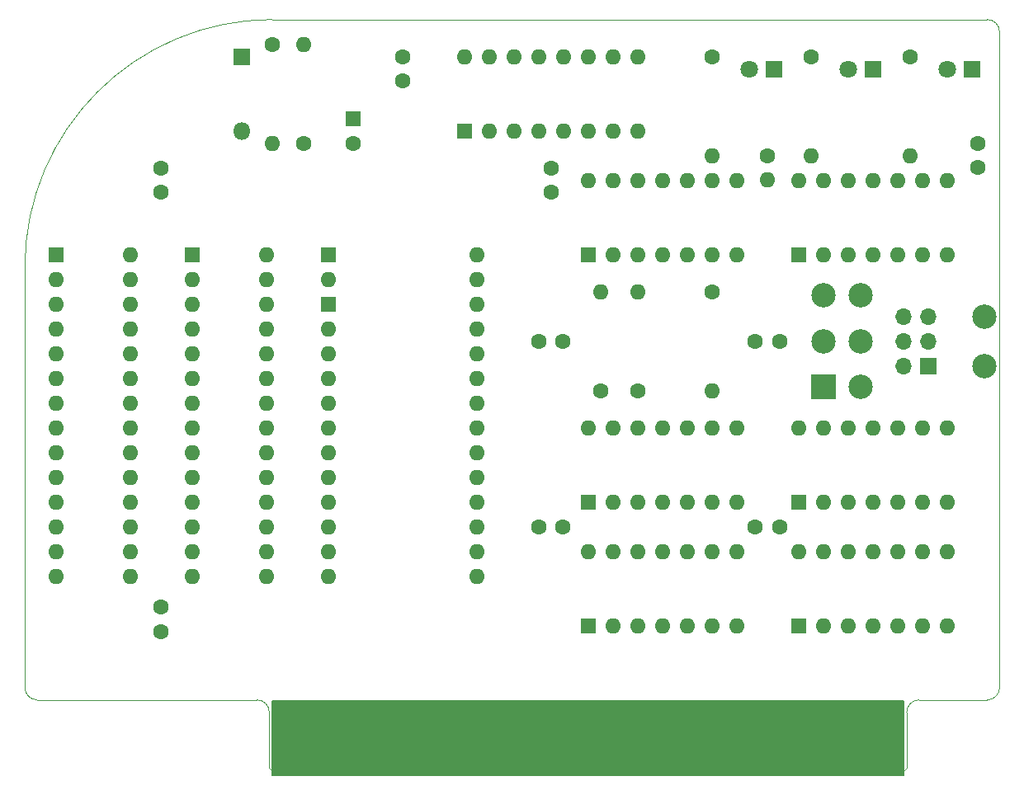
<source format=gts>
G04 #@! TF.GenerationSoftware,KiCad,Pcbnew,7.0.2-0*
G04 #@! TF.CreationDate,2023-09-02T14:44:00-07:00*
G04 #@! TF.ProjectId,LanguageCard,4c616e67-7561-4676-9543-6172642e6b69,2*
G04 #@! TF.SameCoordinates,Original*
G04 #@! TF.FileFunction,Soldermask,Top*
G04 #@! TF.FilePolarity,Negative*
%FSLAX46Y46*%
G04 Gerber Fmt 4.6, Leading zero omitted, Abs format (unit mm)*
G04 Created by KiCad (PCBNEW 7.0.2-0) date 2023-09-02 14:44:00*
%MOMM*%
%LPD*%
G01*
G04 APERTURE LIST*
G04 Aperture macros list*
%AMRoundRect*
0 Rectangle with rounded corners*
0 $1 Rounding radius*
0 $2 $3 $4 $5 $6 $7 $8 $9 X,Y pos of 4 corners*
0 Add a 4 corners polygon primitive as box body*
4,1,4,$2,$3,$4,$5,$6,$7,$8,$9,$2,$3,0*
0 Add four circle primitives for the rounded corners*
1,1,$1+$1,$2,$3*
1,1,$1+$1,$4,$5*
1,1,$1+$1,$6,$7*
1,1,$1+$1,$8,$9*
0 Add four rect primitives between the rounded corners*
20,1,$1+$1,$2,$3,$4,$5,0*
20,1,$1+$1,$4,$5,$6,$7,0*
20,1,$1+$1,$6,$7,$8,$9,0*
20,1,$1+$1,$8,$9,$2,$3,0*%
G04 Aperture macros list end*
%ADD10C,0.150000*%
%ADD11R,1.700000X1.700000*%
%ADD12O,1.700000X1.700000*%
%ADD13C,2.500000*%
%ADD14R,2.500000X2.500000*%
%ADD15C,1.600000*%
%ADD16O,1.600000X1.600000*%
%ADD17R,1.600000X1.600000*%
%ADD18R,1.800000X1.800000*%
%ADD19O,1.800000X1.800000*%
%ADD20C,1.800000*%
%ADD21RoundRect,0.317500X-0.317500X-3.365500X0.317500X-3.365500X0.317500X3.365500X-0.317500X3.365500X0*%
G04 #@! TA.AperFunction,Profile*
%ADD22C,0.100000*%
G04 #@! TD*
G04 APERTURE END LIST*
D10*
X168275000Y-102997000D02*
X103505000Y-102997000D01*
X103505000Y-95377000D01*
X168275000Y-95377000D01*
X168275000Y-102997000D01*
G36*
X168275000Y-102997000D02*
G01*
X103505000Y-102997000D01*
X103505000Y-95377000D01*
X168275000Y-95377000D01*
X168275000Y-102997000D01*
G37*
D11*
X170815000Y-60960000D03*
D12*
X168275000Y-60960000D03*
X170815000Y-58420000D03*
X168275000Y-58420000D03*
X170815000Y-55880000D03*
X168275000Y-55880000D03*
D13*
X163830000Y-53721000D03*
X163830000Y-58420000D03*
X163830000Y-63119000D03*
X160020000Y-53721000D03*
X160020000Y-58420000D03*
D14*
X160020000Y-63119000D03*
D13*
X176530000Y-55880000D03*
X176530000Y-60960000D03*
D15*
X140970000Y-63500000D03*
D16*
X140970000Y-53340000D03*
D17*
X95250000Y-49530000D03*
D16*
X95250000Y-52070000D03*
X95250000Y-54610000D03*
X95250000Y-57150000D03*
X95250000Y-59690000D03*
X95250000Y-62230000D03*
X95250000Y-64770000D03*
X95250000Y-67310000D03*
X95250000Y-69850000D03*
X95250000Y-72390000D03*
X95250000Y-74930000D03*
X95250000Y-77470000D03*
X95250000Y-80010000D03*
X95250000Y-82550000D03*
X102870000Y-82550000D03*
X102870000Y-80010000D03*
X102870000Y-77470000D03*
X102870000Y-74930000D03*
X102870000Y-72390000D03*
X102870000Y-69850000D03*
X102870000Y-67310000D03*
X102870000Y-64770000D03*
X102870000Y-62230000D03*
X102870000Y-59690000D03*
X102870000Y-57150000D03*
X102870000Y-54610000D03*
X102870000Y-52070000D03*
X102870000Y-49530000D03*
D15*
X158750000Y-29210000D03*
D16*
X158750000Y-39370000D03*
D15*
X168910000Y-29210000D03*
D16*
X168910000Y-39370000D03*
D15*
X137160000Y-63500000D03*
D16*
X137160000Y-53340000D03*
D17*
X135890000Y-74930000D03*
D16*
X138430000Y-74930000D03*
X140970000Y-74930000D03*
X143510000Y-74930000D03*
X146050000Y-74930000D03*
X148590000Y-74930000D03*
X151130000Y-74930000D03*
X151130000Y-67310000D03*
X148590000Y-67310000D03*
X146050000Y-67310000D03*
X143510000Y-67310000D03*
X140970000Y-67310000D03*
X138430000Y-67310000D03*
X135890000Y-67310000D03*
D17*
X135890000Y-49530000D03*
D16*
X138430000Y-49530000D03*
X140970000Y-49530000D03*
X143510000Y-49530000D03*
X146050000Y-49530000D03*
X148590000Y-49530000D03*
X151130000Y-49530000D03*
X151130000Y-41910000D03*
X148590000Y-41910000D03*
X146050000Y-41910000D03*
X143510000Y-41910000D03*
X140970000Y-41910000D03*
X138430000Y-41910000D03*
X135890000Y-41910000D03*
D15*
X148590000Y-53340000D03*
D16*
X148590000Y-63500000D03*
D15*
X148590000Y-29210000D03*
D16*
X148590000Y-39370000D03*
D18*
X100330000Y-29210000D03*
D19*
X100330000Y-36830000D03*
D16*
X124460000Y-49530000D03*
X124460000Y-52070000D03*
X124460000Y-54610000D03*
X124460000Y-57150000D03*
X124460000Y-59690000D03*
X124460000Y-62230000D03*
X124460000Y-64770000D03*
X124460000Y-67310000D03*
X124460000Y-69850000D03*
X124460000Y-72390000D03*
X124460000Y-74930000D03*
X124460000Y-77470000D03*
X124460000Y-80010000D03*
X124460000Y-82550000D03*
X109220000Y-82550000D03*
X109220000Y-80010000D03*
X109220000Y-77470000D03*
X109220000Y-74930000D03*
X109220000Y-72390000D03*
X109220000Y-69850000D03*
X109220000Y-67310000D03*
X109220000Y-64770000D03*
X109220000Y-62230000D03*
X109220000Y-59690000D03*
X109220000Y-57150000D03*
X109220000Y-54610000D03*
X109220000Y-52070000D03*
D17*
X109220000Y-49530000D03*
D15*
X175895000Y-40620000D03*
X175895000Y-38120000D03*
X130830000Y-77470000D03*
X133330000Y-77470000D03*
D16*
X157480000Y-41910000D03*
X160020000Y-41910000D03*
X162560000Y-41910000D03*
X165100000Y-41910000D03*
X167640000Y-41910000D03*
X170180000Y-41910000D03*
X172720000Y-41910000D03*
X172720000Y-49530000D03*
X170180000Y-49530000D03*
X167640000Y-49530000D03*
X165100000Y-49530000D03*
X162560000Y-49530000D03*
X160020000Y-49530000D03*
D17*
X157480000Y-49530000D03*
D15*
X106680000Y-38100000D03*
D16*
X106680000Y-27940000D03*
D17*
X111760000Y-35624888D03*
D15*
X111760000Y-38124888D03*
D18*
X175260000Y-30480000D03*
D20*
X172720000Y-30480000D03*
D15*
X133330000Y-58420000D03*
X130830000Y-58420000D03*
X92075000Y-88245000D03*
X92075000Y-85745000D03*
D17*
X157480000Y-87630000D03*
D16*
X160020000Y-87630000D03*
X162560000Y-87630000D03*
X165100000Y-87630000D03*
X167640000Y-87630000D03*
X170180000Y-87630000D03*
X172720000Y-87630000D03*
X172720000Y-80010000D03*
X170180000Y-80010000D03*
X167640000Y-80010000D03*
X165100000Y-80010000D03*
X162560000Y-80010000D03*
X160020000Y-80010000D03*
X157480000Y-80010000D03*
D15*
X132080000Y-43160000D03*
X132080000Y-40660000D03*
D17*
X81280000Y-49530000D03*
D16*
X81280000Y-52070000D03*
X81280000Y-54610000D03*
X81280000Y-57150000D03*
X81280000Y-59690000D03*
X81280000Y-62230000D03*
X81280000Y-64770000D03*
X81280000Y-67310000D03*
X81280000Y-69850000D03*
X81280000Y-72390000D03*
X81280000Y-74930000D03*
X81280000Y-77470000D03*
X81280000Y-80010000D03*
X81280000Y-82550000D03*
X88900000Y-82550000D03*
X88900000Y-80010000D03*
X88900000Y-77470000D03*
X88900000Y-74930000D03*
X88900000Y-72390000D03*
X88900000Y-69850000D03*
X88900000Y-67310000D03*
X88900000Y-64770000D03*
X88900000Y-62230000D03*
X88900000Y-59690000D03*
X88900000Y-57150000D03*
X88900000Y-54610000D03*
X88900000Y-52070000D03*
X88900000Y-49530000D03*
D15*
X116840000Y-31730000D03*
X116840000Y-29230000D03*
X154305000Y-39390000D03*
D16*
X154305000Y-41890000D03*
D15*
X155555000Y-58420000D03*
X153055000Y-58420000D03*
X103505000Y-27940000D03*
D16*
X103505000Y-38100000D03*
X157480000Y-67310000D03*
X160020000Y-67310000D03*
X162560000Y-67310000D03*
X165100000Y-67310000D03*
X167640000Y-67310000D03*
X170180000Y-67310000D03*
X172720000Y-67310000D03*
X172720000Y-74930000D03*
X170180000Y-74930000D03*
X167640000Y-74930000D03*
X165100000Y-74930000D03*
X162560000Y-74930000D03*
X160020000Y-74930000D03*
D17*
X157480000Y-74930000D03*
D18*
X165100000Y-30480000D03*
D20*
X162560000Y-30480000D03*
D15*
X155560000Y-77470000D03*
X153060000Y-77470000D03*
D17*
X123190000Y-36830000D03*
D16*
X125730000Y-36830000D03*
X128270000Y-36830000D03*
X130810000Y-36830000D03*
X133350000Y-36830000D03*
X135890000Y-36830000D03*
X138430000Y-36830000D03*
X140970000Y-36830000D03*
X140970000Y-29210000D03*
X138430000Y-29210000D03*
X135890000Y-29210000D03*
X133350000Y-29210000D03*
X130810000Y-29210000D03*
X128270000Y-29210000D03*
X125730000Y-29210000D03*
X123190000Y-29210000D03*
X124460000Y-54610000D03*
X124460000Y-57150000D03*
X124460000Y-59690000D03*
X124460000Y-62230000D03*
X124460000Y-64770000D03*
X124460000Y-67310000D03*
X124460000Y-69850000D03*
X124460000Y-72390000D03*
X124460000Y-74930000D03*
X124460000Y-77470000D03*
X124460000Y-80010000D03*
X124460000Y-82550000D03*
X109220000Y-82550000D03*
X109220000Y-80010000D03*
X109220000Y-77470000D03*
X109220000Y-74930000D03*
X109220000Y-72390000D03*
X109220000Y-69850000D03*
X109220000Y-67310000D03*
X109220000Y-64770000D03*
X109220000Y-62230000D03*
X109220000Y-59690000D03*
X109220000Y-57150000D03*
D17*
X109220000Y-54610000D03*
D15*
X92075000Y-40660000D03*
X92075000Y-43160000D03*
D21*
X105410000Y-99060000D03*
X107950000Y-99060000D03*
X110490000Y-99060000D03*
X113030000Y-99060000D03*
X115570000Y-99060000D03*
X118110000Y-99060000D03*
X120650000Y-99060000D03*
X123190000Y-99060000D03*
X125730000Y-99060000D03*
X128270000Y-99060000D03*
X130810000Y-99060000D03*
X133350000Y-99060000D03*
X135890000Y-99060000D03*
X138430000Y-99060000D03*
X140970000Y-99060000D03*
X143510000Y-99060000D03*
X146050000Y-99060000D03*
X148590000Y-99060000D03*
X151130000Y-99060000D03*
X153670000Y-99060000D03*
X156210000Y-99060000D03*
X158750000Y-99060000D03*
X161290000Y-99060000D03*
X163830000Y-99060000D03*
X166370000Y-99060000D03*
D18*
X154940000Y-30480000D03*
D20*
X152400000Y-30480000D03*
D17*
X135895000Y-87630000D03*
D16*
X138435000Y-87630000D03*
X140975000Y-87630000D03*
X143515000Y-87630000D03*
X146055000Y-87630000D03*
X148595000Y-87630000D03*
X151135000Y-87630000D03*
X151135000Y-80010000D03*
X148595000Y-80010000D03*
X146055000Y-80010000D03*
X143515000Y-80010000D03*
X140975000Y-80010000D03*
X138435000Y-80010000D03*
X135895000Y-80010000D03*
D22*
X78105000Y-93980000D02*
G75*
G03*
X79375000Y-95250000I1270000J0D01*
G01*
X176847500Y-25400000D02*
X103505000Y-25400000D01*
X103187500Y-102235000D02*
X103822500Y-102870000D01*
X169862500Y-95250000D02*
X176847500Y-95250000D01*
X78105000Y-93980000D02*
X78105000Y-50800000D01*
X103187500Y-96520000D02*
G75*
G03*
X101917500Y-95250000I-1270000J0D01*
G01*
X178117500Y-93980000D02*
X178117500Y-26670000D01*
X103187500Y-96520000D02*
X103187500Y-102235000D01*
X79375000Y-95250000D02*
X101917500Y-95250000D01*
X176847500Y-95250000D02*
G75*
G03*
X178117500Y-93980000I0J1270000D01*
G01*
X178117500Y-26670000D02*
G75*
G03*
X176847500Y-25400000I-1270000J0D01*
G01*
X167957500Y-102870000D02*
X103822500Y-102870000D01*
X168592500Y-96520000D02*
X168592500Y-102235000D01*
X169862500Y-95250000D02*
G75*
G03*
X168592500Y-96520000I0J-1270000D01*
G01*
X168592500Y-102235000D02*
X167957500Y-102870000D01*
X103505000Y-25400000D02*
G75*
G03*
X78105000Y-50800000I0J-25400000D01*
G01*
M02*

</source>
